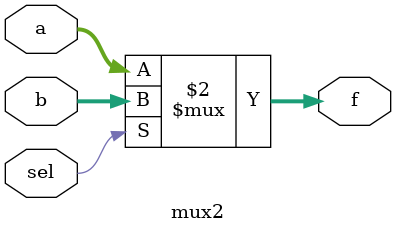
<source format=v>
module mux2 #(parameter width = 32) 
	(
	input [width-1:0] a,b,
	input sel,
	output [width-1:0] f);

assign f= (sel==0)?a:b;

endmodule

</source>
